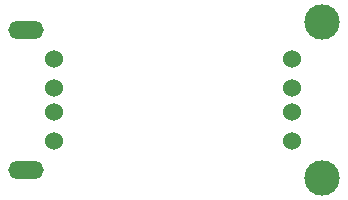
<source format=gbr>
G04 #@! TF.GenerationSoftware,KiCad,Pcbnew,(5.1.2)-1*
G04 #@! TF.CreationDate,2024-04-02T23:01:08+09:00*
G04 #@! TF.ProjectId,uf,75662e6b-6963-4616-945f-706362585858,v1.0*
G04 #@! TF.SameCoordinates,Original*
G04 #@! TF.FileFunction,Paste,Bot*
G04 #@! TF.FilePolarity,Positive*
%FSLAX46Y46*%
G04 Gerber Fmt 4.6, Leading zero omitted, Abs format (unit mm)*
G04 Created by KiCad (PCBNEW (5.1.2)-1) date 2024-04-02 23:01:08*
%MOMM*%
%LPD*%
G04 APERTURE LIST*
%ADD10O,3.000000X1.500000*%
%ADD11C,1.524000*%
%ADD12C,3.000000*%
G04 APERTURE END LIST*
D10*
X131060000Y-124400000D03*
X131060000Y-112600000D03*
D11*
X133460000Y-115000000D03*
X133460000Y-117500000D03*
X133460000Y-119500000D03*
X133460000Y-122000000D03*
D12*
X156140000Y-111930000D03*
X156140000Y-125070000D03*
D11*
X153540000Y-115000000D03*
X153540000Y-117500000D03*
X153540000Y-119500000D03*
X153540000Y-122000000D03*
M02*

</source>
